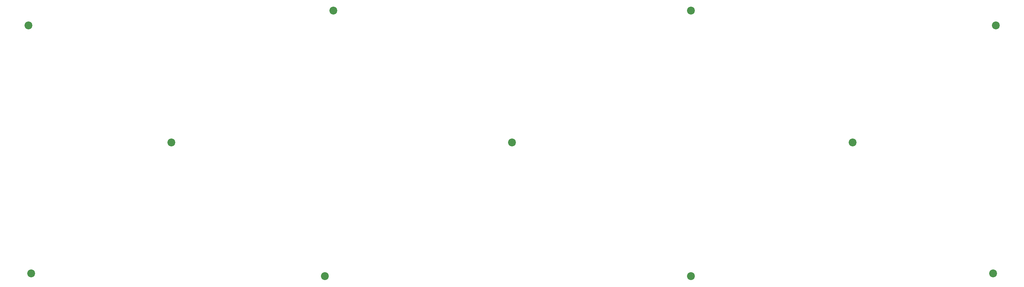
<source format=gbs>
G04 #@! TF.GenerationSoftware,KiCad,Pcbnew,8.0.5*
G04 #@! TF.CreationDate,2024-09-18T07:56:29+09:00*
G04 #@! TF.ProjectId,SandyLP_Plate_Bottom,53616e64-794c-4505-9f50-6c6174655f42,v.0*
G04 #@! TF.SameCoordinates,Original*
G04 #@! TF.FileFunction,Soldermask,Bot*
G04 #@! TF.FilePolarity,Negative*
%FSLAX46Y46*%
G04 Gerber Fmt 4.6, Leading zero omitted, Abs format (unit mm)*
G04 Created by KiCad (PCBNEW 8.0.5) date 2024-09-18 07:56:29*
%MOMM*%
%LPD*%
G01*
G04 APERTURE LIST*
%ADD10C,2.200000*%
G04 APERTURE END LIST*
D10*
X23895935Y-41840905D03*
X109164685Y-37719030D03*
X209177185Y-37719030D03*
X294445935Y-41840905D03*
X106783435Y-112087780D03*
X24695935Y-111287780D03*
X293645935Y-111287780D03*
X63920935Y-74628405D03*
X254420935Y-74628405D03*
X159170935Y-74628405D03*
X209177185Y-112087780D03*
M02*

</source>
